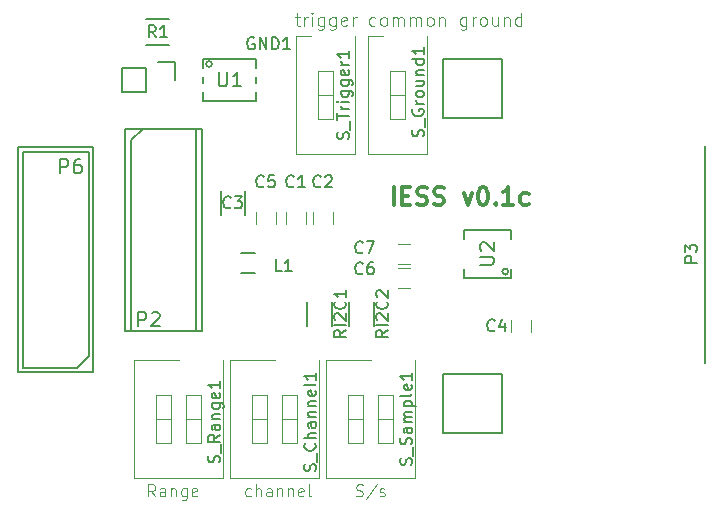
<source format=gbr>
G04 #@! TF.FileFunction,Legend,Top*
%FSLAX46Y46*%
G04 Gerber Fmt 4.6, Leading zero omitted, Abs format (unit mm)*
G04 Created by KiCad (PCBNEW 4.0.5) date 01/19/17 13:34:59*
%MOMM*%
%LPD*%
G01*
G04 APERTURE LIST*
%ADD10C,0.100000*%
%ADD11C,0.300000*%
%ADD12C,0.150000*%
%ADD13C,0.120000*%
G04 APERTURE END LIST*
D10*
X178458762Y-87313238D02*
X178354000Y-87365619D01*
X178144477Y-87365619D01*
X178039715Y-87313238D01*
X177987334Y-87260857D01*
X177934953Y-87156095D01*
X177934953Y-86841810D01*
X177987334Y-86737048D01*
X178039715Y-86684667D01*
X178144477Y-86632286D01*
X178354000Y-86632286D01*
X178458762Y-86684667D01*
X179087334Y-87365619D02*
X178982572Y-87313238D01*
X178930191Y-87260857D01*
X178877810Y-87156095D01*
X178877810Y-86841810D01*
X178930191Y-86737048D01*
X178982572Y-86684667D01*
X179087334Y-86632286D01*
X179244476Y-86632286D01*
X179349238Y-86684667D01*
X179401619Y-86737048D01*
X179454000Y-86841810D01*
X179454000Y-87156095D01*
X179401619Y-87260857D01*
X179349238Y-87313238D01*
X179244476Y-87365619D01*
X179087334Y-87365619D01*
X179925429Y-87365619D02*
X179925429Y-86632286D01*
X179925429Y-86737048D02*
X179977810Y-86684667D01*
X180082572Y-86632286D01*
X180239714Y-86632286D01*
X180344476Y-86684667D01*
X180396857Y-86789429D01*
X180396857Y-87365619D01*
X180396857Y-86789429D02*
X180449238Y-86684667D01*
X180554000Y-86632286D01*
X180711143Y-86632286D01*
X180815905Y-86684667D01*
X180868286Y-86789429D01*
X180868286Y-87365619D01*
X181392096Y-87365619D02*
X181392096Y-86632286D01*
X181392096Y-86737048D02*
X181444477Y-86684667D01*
X181549239Y-86632286D01*
X181706381Y-86632286D01*
X181811143Y-86684667D01*
X181863524Y-86789429D01*
X181863524Y-87365619D01*
X181863524Y-86789429D02*
X181915905Y-86684667D01*
X182020667Y-86632286D01*
X182177810Y-86632286D01*
X182282572Y-86684667D01*
X182334953Y-86789429D01*
X182334953Y-87365619D01*
X183015906Y-87365619D02*
X182911144Y-87313238D01*
X182858763Y-87260857D01*
X182806382Y-87156095D01*
X182806382Y-86841810D01*
X182858763Y-86737048D01*
X182911144Y-86684667D01*
X183015906Y-86632286D01*
X183173048Y-86632286D01*
X183277810Y-86684667D01*
X183330191Y-86737048D01*
X183382572Y-86841810D01*
X183382572Y-87156095D01*
X183330191Y-87260857D01*
X183277810Y-87313238D01*
X183173048Y-87365619D01*
X183015906Y-87365619D01*
X183854001Y-86632286D02*
X183854001Y-87365619D01*
X183854001Y-86737048D02*
X183906382Y-86684667D01*
X184011144Y-86632286D01*
X184168286Y-86632286D01*
X184273048Y-86684667D01*
X184325429Y-86789429D01*
X184325429Y-87365619D01*
X186158762Y-86632286D02*
X186158762Y-87522762D01*
X186106381Y-87627524D01*
X186054000Y-87679905D01*
X185949239Y-87732286D01*
X185792096Y-87732286D01*
X185687334Y-87679905D01*
X186158762Y-87313238D02*
X186054000Y-87365619D01*
X185844477Y-87365619D01*
X185739715Y-87313238D01*
X185687334Y-87260857D01*
X185634953Y-87156095D01*
X185634953Y-86841810D01*
X185687334Y-86737048D01*
X185739715Y-86684667D01*
X185844477Y-86632286D01*
X186054000Y-86632286D01*
X186158762Y-86684667D01*
X186682572Y-87365619D02*
X186682572Y-86632286D01*
X186682572Y-86841810D02*
X186734953Y-86737048D01*
X186787334Y-86684667D01*
X186892096Y-86632286D01*
X186996857Y-86632286D01*
X187520667Y-87365619D02*
X187415905Y-87313238D01*
X187363524Y-87260857D01*
X187311143Y-87156095D01*
X187311143Y-86841810D01*
X187363524Y-86737048D01*
X187415905Y-86684667D01*
X187520667Y-86632286D01*
X187677809Y-86632286D01*
X187782571Y-86684667D01*
X187834952Y-86737048D01*
X187887333Y-86841810D01*
X187887333Y-87156095D01*
X187834952Y-87260857D01*
X187782571Y-87313238D01*
X187677809Y-87365619D01*
X187520667Y-87365619D01*
X188830190Y-86632286D02*
X188830190Y-87365619D01*
X188358762Y-86632286D02*
X188358762Y-87208476D01*
X188411143Y-87313238D01*
X188515905Y-87365619D01*
X188673047Y-87365619D01*
X188777809Y-87313238D01*
X188830190Y-87260857D01*
X189354000Y-86632286D02*
X189354000Y-87365619D01*
X189354000Y-86737048D02*
X189406381Y-86684667D01*
X189511143Y-86632286D01*
X189668285Y-86632286D01*
X189773047Y-86684667D01*
X189825428Y-86789429D01*
X189825428Y-87365619D01*
X190820666Y-87365619D02*
X190820666Y-86265619D01*
X190820666Y-87313238D02*
X190715904Y-87365619D01*
X190506381Y-87365619D01*
X190401619Y-87313238D01*
X190349238Y-87260857D01*
X190296857Y-87156095D01*
X190296857Y-86841810D01*
X190349238Y-86737048D01*
X190401619Y-86684667D01*
X190506381Y-86632286D01*
X190715904Y-86632286D01*
X190820666Y-86684667D01*
X171624953Y-86632286D02*
X172044001Y-86632286D01*
X171782096Y-86265619D02*
X171782096Y-87208476D01*
X171834477Y-87313238D01*
X171939239Y-87365619D01*
X172044001Y-87365619D01*
X172410667Y-87365619D02*
X172410667Y-86632286D01*
X172410667Y-86841810D02*
X172463048Y-86737048D01*
X172515429Y-86684667D01*
X172620191Y-86632286D01*
X172724952Y-86632286D01*
X173091619Y-87365619D02*
X173091619Y-86632286D01*
X173091619Y-86265619D02*
X173039238Y-86318000D01*
X173091619Y-86370381D01*
X173144000Y-86318000D01*
X173091619Y-86265619D01*
X173091619Y-86370381D01*
X174086857Y-86632286D02*
X174086857Y-87522762D01*
X174034476Y-87627524D01*
X173982095Y-87679905D01*
X173877334Y-87732286D01*
X173720191Y-87732286D01*
X173615429Y-87679905D01*
X174086857Y-87313238D02*
X173982095Y-87365619D01*
X173772572Y-87365619D01*
X173667810Y-87313238D01*
X173615429Y-87260857D01*
X173563048Y-87156095D01*
X173563048Y-86841810D01*
X173615429Y-86737048D01*
X173667810Y-86684667D01*
X173772572Y-86632286D01*
X173982095Y-86632286D01*
X174086857Y-86684667D01*
X175082095Y-86632286D02*
X175082095Y-87522762D01*
X175029714Y-87627524D01*
X174977333Y-87679905D01*
X174872572Y-87732286D01*
X174715429Y-87732286D01*
X174610667Y-87679905D01*
X175082095Y-87313238D02*
X174977333Y-87365619D01*
X174767810Y-87365619D01*
X174663048Y-87313238D01*
X174610667Y-87260857D01*
X174558286Y-87156095D01*
X174558286Y-86841810D01*
X174610667Y-86737048D01*
X174663048Y-86684667D01*
X174767810Y-86632286D01*
X174977333Y-86632286D01*
X175082095Y-86684667D01*
X176024952Y-87313238D02*
X175920190Y-87365619D01*
X175710667Y-87365619D01*
X175605905Y-87313238D01*
X175553524Y-87208476D01*
X175553524Y-86789429D01*
X175605905Y-86684667D01*
X175710667Y-86632286D01*
X175920190Y-86632286D01*
X176024952Y-86684667D01*
X176077333Y-86789429D01*
X176077333Y-86894190D01*
X175553524Y-86998952D01*
X176548762Y-87365619D02*
X176548762Y-86632286D01*
X176548762Y-86841810D02*
X176601143Y-86737048D01*
X176653524Y-86684667D01*
X176758286Y-86632286D01*
X176863047Y-86632286D01*
X176839714Y-127150762D02*
X176982571Y-127198381D01*
X177220667Y-127198381D01*
X177315905Y-127150762D01*
X177363524Y-127103143D01*
X177411143Y-127007905D01*
X177411143Y-126912667D01*
X177363524Y-126817429D01*
X177315905Y-126769810D01*
X177220667Y-126722190D01*
X177030190Y-126674571D01*
X176934952Y-126626952D01*
X176887333Y-126579333D01*
X176839714Y-126484095D01*
X176839714Y-126388857D01*
X176887333Y-126293619D01*
X176934952Y-126246000D01*
X177030190Y-126198381D01*
X177268286Y-126198381D01*
X177411143Y-126246000D01*
X178554000Y-126150762D02*
X177696857Y-127436476D01*
X178839714Y-127150762D02*
X178934952Y-127198381D01*
X179125428Y-127198381D01*
X179220667Y-127150762D01*
X179268286Y-127055524D01*
X179268286Y-127007905D01*
X179220667Y-126912667D01*
X179125428Y-126865048D01*
X178982571Y-126865048D01*
X178887333Y-126817429D01*
X178839714Y-126722190D01*
X178839714Y-126674571D01*
X178887333Y-126579333D01*
X178982571Y-126531714D01*
X179125428Y-126531714D01*
X179220667Y-126579333D01*
X167918095Y-127150762D02*
X167822857Y-127198381D01*
X167632380Y-127198381D01*
X167537142Y-127150762D01*
X167489523Y-127103143D01*
X167441904Y-127007905D01*
X167441904Y-126722190D01*
X167489523Y-126626952D01*
X167537142Y-126579333D01*
X167632380Y-126531714D01*
X167822857Y-126531714D01*
X167918095Y-126579333D01*
X168346666Y-127198381D02*
X168346666Y-126198381D01*
X168775238Y-127198381D02*
X168775238Y-126674571D01*
X168727619Y-126579333D01*
X168632381Y-126531714D01*
X168489523Y-126531714D01*
X168394285Y-126579333D01*
X168346666Y-126626952D01*
X169680000Y-127198381D02*
X169680000Y-126674571D01*
X169632381Y-126579333D01*
X169537143Y-126531714D01*
X169346666Y-126531714D01*
X169251428Y-126579333D01*
X169680000Y-127150762D02*
X169584762Y-127198381D01*
X169346666Y-127198381D01*
X169251428Y-127150762D01*
X169203809Y-127055524D01*
X169203809Y-126960286D01*
X169251428Y-126865048D01*
X169346666Y-126817429D01*
X169584762Y-126817429D01*
X169680000Y-126769810D01*
X170156190Y-126531714D02*
X170156190Y-127198381D01*
X170156190Y-126626952D02*
X170203809Y-126579333D01*
X170299047Y-126531714D01*
X170441905Y-126531714D01*
X170537143Y-126579333D01*
X170584762Y-126674571D01*
X170584762Y-127198381D01*
X171060952Y-126531714D02*
X171060952Y-127198381D01*
X171060952Y-126626952D02*
X171108571Y-126579333D01*
X171203809Y-126531714D01*
X171346667Y-126531714D01*
X171441905Y-126579333D01*
X171489524Y-126674571D01*
X171489524Y-127198381D01*
X172346667Y-127150762D02*
X172251429Y-127198381D01*
X172060952Y-127198381D01*
X171965714Y-127150762D01*
X171918095Y-127055524D01*
X171918095Y-126674571D01*
X171965714Y-126579333D01*
X172060952Y-126531714D01*
X172251429Y-126531714D01*
X172346667Y-126579333D01*
X172394286Y-126674571D01*
X172394286Y-126769810D01*
X171918095Y-126865048D01*
X172965714Y-127198381D02*
X172870476Y-127150762D01*
X172822857Y-127055524D01*
X172822857Y-126198381D01*
X159813810Y-127198381D02*
X159480476Y-126722190D01*
X159242381Y-127198381D02*
X159242381Y-126198381D01*
X159623334Y-126198381D01*
X159718572Y-126246000D01*
X159766191Y-126293619D01*
X159813810Y-126388857D01*
X159813810Y-126531714D01*
X159766191Y-126626952D01*
X159718572Y-126674571D01*
X159623334Y-126722190D01*
X159242381Y-126722190D01*
X160670953Y-127198381D02*
X160670953Y-126674571D01*
X160623334Y-126579333D01*
X160528096Y-126531714D01*
X160337619Y-126531714D01*
X160242381Y-126579333D01*
X160670953Y-127150762D02*
X160575715Y-127198381D01*
X160337619Y-127198381D01*
X160242381Y-127150762D01*
X160194762Y-127055524D01*
X160194762Y-126960286D01*
X160242381Y-126865048D01*
X160337619Y-126817429D01*
X160575715Y-126817429D01*
X160670953Y-126769810D01*
X161147143Y-126531714D02*
X161147143Y-127198381D01*
X161147143Y-126626952D02*
X161194762Y-126579333D01*
X161290000Y-126531714D01*
X161432858Y-126531714D01*
X161528096Y-126579333D01*
X161575715Y-126674571D01*
X161575715Y-127198381D01*
X162480477Y-126531714D02*
X162480477Y-127341238D01*
X162432858Y-127436476D01*
X162385239Y-127484095D01*
X162290000Y-127531714D01*
X162147143Y-127531714D01*
X162051905Y-127484095D01*
X162480477Y-127150762D02*
X162385239Y-127198381D01*
X162194762Y-127198381D01*
X162099524Y-127150762D01*
X162051905Y-127103143D01*
X162004286Y-127007905D01*
X162004286Y-126722190D01*
X162051905Y-126626952D01*
X162099524Y-126579333D01*
X162194762Y-126531714D01*
X162385239Y-126531714D01*
X162480477Y-126579333D01*
X163337620Y-127150762D02*
X163242382Y-127198381D01*
X163051905Y-127198381D01*
X162956667Y-127150762D01*
X162909048Y-127055524D01*
X162909048Y-126674571D01*
X162956667Y-126579333D01*
X163051905Y-126531714D01*
X163242382Y-126531714D01*
X163337620Y-126579333D01*
X163385239Y-126674571D01*
X163385239Y-126769810D01*
X162909048Y-126865048D01*
D11*
X179995430Y-102532571D02*
X179995430Y-101032571D01*
X180709716Y-101746857D02*
X181209716Y-101746857D01*
X181424002Y-102532571D02*
X180709716Y-102532571D01*
X180709716Y-101032571D01*
X181424002Y-101032571D01*
X181995430Y-102461143D02*
X182209716Y-102532571D01*
X182566859Y-102532571D01*
X182709716Y-102461143D01*
X182781145Y-102389714D01*
X182852573Y-102246857D01*
X182852573Y-102104000D01*
X182781145Y-101961143D01*
X182709716Y-101889714D01*
X182566859Y-101818286D01*
X182281145Y-101746857D01*
X182138287Y-101675429D01*
X182066859Y-101604000D01*
X181995430Y-101461143D01*
X181995430Y-101318286D01*
X182066859Y-101175429D01*
X182138287Y-101104000D01*
X182281145Y-101032571D01*
X182638287Y-101032571D01*
X182852573Y-101104000D01*
X183424001Y-102461143D02*
X183638287Y-102532571D01*
X183995430Y-102532571D01*
X184138287Y-102461143D01*
X184209716Y-102389714D01*
X184281144Y-102246857D01*
X184281144Y-102104000D01*
X184209716Y-101961143D01*
X184138287Y-101889714D01*
X183995430Y-101818286D01*
X183709716Y-101746857D01*
X183566858Y-101675429D01*
X183495430Y-101604000D01*
X183424001Y-101461143D01*
X183424001Y-101318286D01*
X183495430Y-101175429D01*
X183566858Y-101104000D01*
X183709716Y-101032571D01*
X184066858Y-101032571D01*
X184281144Y-101104000D01*
X185924001Y-101532571D02*
X186281144Y-102532571D01*
X186638286Y-101532571D01*
X187495429Y-101032571D02*
X187638286Y-101032571D01*
X187781143Y-101104000D01*
X187852572Y-101175429D01*
X187924001Y-101318286D01*
X187995429Y-101604000D01*
X187995429Y-101961143D01*
X187924001Y-102246857D01*
X187852572Y-102389714D01*
X187781143Y-102461143D01*
X187638286Y-102532571D01*
X187495429Y-102532571D01*
X187352572Y-102461143D01*
X187281143Y-102389714D01*
X187209715Y-102246857D01*
X187138286Y-101961143D01*
X187138286Y-101604000D01*
X187209715Y-101318286D01*
X187281143Y-101175429D01*
X187352572Y-101104000D01*
X187495429Y-101032571D01*
X188638286Y-102389714D02*
X188709714Y-102461143D01*
X188638286Y-102532571D01*
X188566857Y-102461143D01*
X188638286Y-102389714D01*
X188638286Y-102532571D01*
X190138286Y-102532571D02*
X189281143Y-102532571D01*
X189709715Y-102532571D02*
X189709715Y-101032571D01*
X189566858Y-101246857D01*
X189424000Y-101389714D01*
X189281143Y-101461143D01*
X191424000Y-102461143D02*
X191281143Y-102532571D01*
X190995429Y-102532571D01*
X190852571Y-102461143D01*
X190781143Y-102389714D01*
X190709714Y-102246857D01*
X190709714Y-101818286D01*
X190781143Y-101675429D01*
X190852571Y-101604000D01*
X190995429Y-101532571D01*
X191281143Y-101532571D01*
X191424000Y-101604000D01*
D12*
X157758000Y-97063000D02*
X158758000Y-96063000D01*
X158758000Y-96063000D02*
X163298000Y-96063000D01*
X163298000Y-96063000D02*
X163298000Y-113233000D01*
X163298000Y-113233000D02*
X157758000Y-113233000D01*
X157758000Y-113233000D02*
X157758000Y-97063000D01*
X163798000Y-96063000D02*
X163798000Y-113233000D01*
X163798000Y-113233000D02*
X157258000Y-113233000D01*
X157258000Y-113233000D02*
X157258000Y-96063000D01*
X157258000Y-96063000D02*
X163798000Y-96063000D01*
X159020000Y-90948000D02*
X159020000Y-92948000D01*
X159020000Y-92948000D02*
X157020000Y-92948000D01*
X157020000Y-92948000D02*
X157020000Y-90948000D01*
X157020000Y-90948000D02*
X159020000Y-90948000D01*
X160020000Y-90448000D02*
X161520000Y-90448000D01*
X161520000Y-90448000D02*
X161520000Y-91948000D01*
X164616000Y-90598000D02*
G75*
G03X164616000Y-90598000I-250000J0D01*
G01*
X168366000Y-92198000D02*
X168366000Y-91698000D01*
X163866000Y-92948000D02*
X163866000Y-93448000D01*
X163866000Y-93448000D02*
X163866000Y-93698000D01*
X163866000Y-93698000D02*
X168366000Y-93698000D01*
X168366000Y-93698000D02*
X168366000Y-92948000D01*
X163866000Y-91698000D02*
X163866000Y-92198000D01*
X168366000Y-90948000D02*
X168366000Y-90198000D01*
X168366000Y-90198000D02*
X163866000Y-90198000D01*
X163866000Y-90198000D02*
X163866000Y-90948000D01*
X189960000Y-104680000D02*
X185960000Y-104680000D01*
X185960000Y-104680000D02*
X185960000Y-104930000D01*
X189960000Y-104680000D02*
X189960000Y-104930000D01*
X189710000Y-108180000D02*
G75*
G03X189710000Y-108180000I-250000J0D01*
G01*
X189960000Y-107930000D02*
X189960000Y-108680000D01*
X189960000Y-108680000D02*
X185960000Y-108680000D01*
X185960000Y-108680000D02*
X185960000Y-108430000D01*
X185960000Y-105430000D02*
X185960000Y-104930000D01*
X189960000Y-104930000D02*
X189960000Y-105430000D01*
X185960000Y-108430000D02*
X185960000Y-107930000D01*
X184190640Y-116880640D02*
X189189360Y-116880640D01*
X189189360Y-116880640D02*
X189189360Y-121879360D01*
X189189360Y-121879360D02*
X184190640Y-121879360D01*
X184190640Y-121879360D02*
X184190640Y-116880640D01*
X184190640Y-90210640D02*
X189189360Y-90210640D01*
X189189360Y-90210640D02*
X189189360Y-95209360D01*
X189189360Y-95209360D02*
X184190640Y-95209360D01*
X184190640Y-95209360D02*
X184190640Y-90210640D01*
X165345000Y-101362000D02*
X165345000Y-103362000D01*
X167395000Y-103362000D02*
X167395000Y-101362000D01*
D13*
X173676000Y-115640000D02*
X173676000Y-125660000D01*
X173676000Y-125660000D02*
X166176000Y-125660000D01*
X166176000Y-125660000D02*
X166176000Y-115640000D01*
X166176000Y-115640000D02*
X169926000Y-115640000D01*
X171831000Y-118620000D02*
X170561000Y-118620000D01*
X170561000Y-118620000D02*
X170561000Y-122680000D01*
X170561000Y-122680000D02*
X171831000Y-122680000D01*
X171831000Y-122680000D02*
X171831000Y-118620000D01*
X171831000Y-120650000D02*
X170561000Y-120650000D01*
X169291000Y-118620000D02*
X168021000Y-118620000D01*
X168021000Y-118620000D02*
X168021000Y-122680000D01*
X168021000Y-122680000D02*
X169291000Y-122680000D01*
X169291000Y-122680000D02*
X169291000Y-118620000D01*
X169291000Y-120650000D02*
X168021000Y-120650000D01*
X182820000Y-88208000D02*
X182820000Y-98228000D01*
X182820000Y-98228000D02*
X177860000Y-98228000D01*
X177860000Y-98228000D02*
X177860000Y-88208000D01*
X177860000Y-88208000D02*
X179070000Y-88208000D01*
X180975000Y-91188000D02*
X179705000Y-91188000D01*
X179705000Y-91188000D02*
X179705000Y-95248000D01*
X179705000Y-95248000D02*
X180975000Y-95248000D01*
X180975000Y-95248000D02*
X180975000Y-91188000D01*
X180975000Y-93218000D02*
X179705000Y-93218000D01*
X165548000Y-115640000D02*
X165548000Y-125660000D01*
X165548000Y-125660000D02*
X158048000Y-125660000D01*
X158048000Y-125660000D02*
X158048000Y-115640000D01*
X158048000Y-115640000D02*
X161798000Y-115640000D01*
X163703000Y-118620000D02*
X162433000Y-118620000D01*
X162433000Y-118620000D02*
X162433000Y-122680000D01*
X162433000Y-122680000D02*
X163703000Y-122680000D01*
X163703000Y-122680000D02*
X163703000Y-118620000D01*
X163703000Y-120650000D02*
X162433000Y-120650000D01*
X161163000Y-118620000D02*
X159893000Y-118620000D01*
X159893000Y-118620000D02*
X159893000Y-122680000D01*
X159893000Y-122680000D02*
X161163000Y-122680000D01*
X161163000Y-122680000D02*
X161163000Y-118620000D01*
X161163000Y-120650000D02*
X159893000Y-120650000D01*
X181804000Y-115640000D02*
X181804000Y-125660000D01*
X181804000Y-125660000D02*
X174304000Y-125660000D01*
X174304000Y-125660000D02*
X174304000Y-115640000D01*
X174304000Y-115640000D02*
X178054000Y-115640000D01*
X179959000Y-118620000D02*
X178689000Y-118620000D01*
X178689000Y-118620000D02*
X178689000Y-122680000D01*
X178689000Y-122680000D02*
X179959000Y-122680000D01*
X179959000Y-122680000D02*
X179959000Y-118620000D01*
X179959000Y-120650000D02*
X178689000Y-120650000D01*
X177419000Y-118620000D02*
X176149000Y-118620000D01*
X176149000Y-118620000D02*
X176149000Y-122680000D01*
X176149000Y-122680000D02*
X177419000Y-122680000D01*
X177419000Y-122680000D02*
X177419000Y-118620000D01*
X177419000Y-120650000D02*
X176149000Y-120650000D01*
X176724000Y-88208000D02*
X176724000Y-98228000D01*
X176724000Y-98228000D02*
X171764000Y-98228000D01*
X171764000Y-98228000D02*
X171764000Y-88208000D01*
X171764000Y-88208000D02*
X172974000Y-88208000D01*
X174879000Y-91188000D02*
X173609000Y-91188000D01*
X173609000Y-91188000D02*
X173609000Y-95248000D01*
X173609000Y-95248000D02*
X174879000Y-95248000D01*
X174879000Y-95248000D02*
X174879000Y-91188000D01*
X174879000Y-93218000D02*
X173609000Y-93218000D01*
D12*
X159020000Y-86809000D02*
X161020000Y-86809000D01*
X161020000Y-88959000D02*
X159020000Y-88959000D01*
X172661000Y-112760000D02*
X172661000Y-110760000D01*
X174811000Y-110760000D02*
X174811000Y-112760000D01*
X176217000Y-112760000D02*
X176217000Y-110760000D01*
X178367000Y-110760000D02*
X178367000Y-112760000D01*
D13*
X170854000Y-103132000D02*
X170854000Y-104132000D01*
X172554000Y-104132000D02*
X172554000Y-103132000D01*
X173140000Y-103132000D02*
X173140000Y-104132000D01*
X174840000Y-104132000D02*
X174840000Y-103132000D01*
X191604000Y-113276000D02*
X191604000Y-112276000D01*
X189904000Y-112276000D02*
X189904000Y-113276000D01*
X168314000Y-103132000D02*
X168314000Y-104132000D01*
X170014000Y-104132000D02*
X170014000Y-103132000D01*
X180348000Y-109562000D02*
X181348000Y-109562000D01*
X181348000Y-107862000D02*
X180348000Y-107862000D01*
X180348000Y-107530000D02*
X181348000Y-107530000D01*
X181348000Y-105830000D02*
X180348000Y-105830000D01*
D12*
X168240000Y-108317000D02*
X167040000Y-108317000D01*
X167040000Y-106567000D02*
X168240000Y-106567000D01*
X154178000Y-98044000D02*
X148590000Y-98044000D01*
X148590000Y-98044000D02*
X148590000Y-116332000D01*
X154178000Y-115316000D02*
X154178000Y-98044000D01*
X153162000Y-116332000D02*
X154178000Y-115316000D01*
X148590000Y-116332000D02*
X153162000Y-116332000D01*
X148209000Y-116713000D02*
X154559000Y-116713000D01*
X154559000Y-116713000D02*
X154559000Y-97663000D01*
X154559000Y-97663000D02*
X148209000Y-97663000D01*
X148209000Y-116713000D02*
X148209000Y-97663000D01*
X206375000Y-115951000D02*
X206375000Y-97536000D01*
X158372286Y-112810857D02*
X158372286Y-111610857D01*
X158829429Y-111610857D01*
X158943715Y-111668000D01*
X159000858Y-111725143D01*
X159058001Y-111839429D01*
X159058001Y-112010857D01*
X159000858Y-112125143D01*
X158943715Y-112182286D01*
X158829429Y-112239429D01*
X158372286Y-112239429D01*
X159515143Y-111725143D02*
X159572286Y-111668000D01*
X159686572Y-111610857D01*
X159972286Y-111610857D01*
X160086572Y-111668000D01*
X160143715Y-111725143D01*
X160200858Y-111839429D01*
X160200858Y-111953714D01*
X160143715Y-112125143D01*
X159458001Y-112810857D01*
X160200858Y-112810857D01*
X165201714Y-91290857D02*
X165201714Y-92262286D01*
X165258857Y-92376571D01*
X165316000Y-92433714D01*
X165430286Y-92490857D01*
X165658857Y-92490857D01*
X165773143Y-92433714D01*
X165830286Y-92376571D01*
X165887429Y-92262286D01*
X165887429Y-91290857D01*
X167087429Y-92490857D02*
X166401714Y-92490857D01*
X166744572Y-92490857D02*
X166744572Y-91290857D01*
X166630286Y-91462286D01*
X166516000Y-91576571D01*
X166401714Y-91633714D01*
X187302857Y-107594286D02*
X188274286Y-107594286D01*
X188388571Y-107537143D01*
X188445714Y-107480000D01*
X188502857Y-107365714D01*
X188502857Y-107137143D01*
X188445714Y-107022857D01*
X188388571Y-106965714D01*
X188274286Y-106908571D01*
X187302857Y-106908571D01*
X187417143Y-106394286D02*
X187360000Y-106337143D01*
X187302857Y-106222857D01*
X187302857Y-105937143D01*
X187360000Y-105822857D01*
X187417143Y-105765714D01*
X187531429Y-105708571D01*
X187645714Y-105708571D01*
X187817143Y-105765714D01*
X188502857Y-106451428D01*
X188502857Y-105708571D01*
X166203334Y-102719143D02*
X166155715Y-102766762D01*
X166012858Y-102814381D01*
X165917620Y-102814381D01*
X165774762Y-102766762D01*
X165679524Y-102671524D01*
X165631905Y-102576286D01*
X165584286Y-102385810D01*
X165584286Y-102242952D01*
X165631905Y-102052476D01*
X165679524Y-101957238D01*
X165774762Y-101862000D01*
X165917620Y-101814381D01*
X166012858Y-101814381D01*
X166155715Y-101862000D01*
X166203334Y-101909619D01*
X166536667Y-101814381D02*
X167155715Y-101814381D01*
X166822381Y-102195333D01*
X166965239Y-102195333D01*
X167060477Y-102242952D01*
X167108096Y-102290571D01*
X167155715Y-102385810D01*
X167155715Y-102623905D01*
X167108096Y-102719143D01*
X167060477Y-102766762D01*
X166965239Y-102814381D01*
X166679524Y-102814381D01*
X166584286Y-102766762D01*
X166536667Y-102719143D01*
X168179905Y-88400000D02*
X168084667Y-88352381D01*
X167941810Y-88352381D01*
X167798952Y-88400000D01*
X167703714Y-88495238D01*
X167656095Y-88590476D01*
X167608476Y-88780952D01*
X167608476Y-88923810D01*
X167656095Y-89114286D01*
X167703714Y-89209524D01*
X167798952Y-89304762D01*
X167941810Y-89352381D01*
X168037048Y-89352381D01*
X168179905Y-89304762D01*
X168227524Y-89257143D01*
X168227524Y-88923810D01*
X168037048Y-88923810D01*
X168656095Y-89352381D02*
X168656095Y-88352381D01*
X169227524Y-89352381D01*
X169227524Y-88352381D01*
X169703714Y-89352381D02*
X169703714Y-88352381D01*
X169941809Y-88352381D01*
X170084667Y-88400000D01*
X170179905Y-88495238D01*
X170227524Y-88590476D01*
X170275143Y-88780952D01*
X170275143Y-88923810D01*
X170227524Y-89114286D01*
X170179905Y-89209524D01*
X170084667Y-89304762D01*
X169941809Y-89352381D01*
X169703714Y-89352381D01*
X171227524Y-89352381D02*
X170656095Y-89352381D01*
X170941809Y-89352381D02*
X170941809Y-88352381D01*
X170846571Y-88495238D01*
X170751333Y-88590476D01*
X170656095Y-88638095D01*
X173378762Y-125046858D02*
X173426381Y-124904001D01*
X173426381Y-124665905D01*
X173378762Y-124570667D01*
X173331143Y-124523048D01*
X173235905Y-124475429D01*
X173140667Y-124475429D01*
X173045429Y-124523048D01*
X172997810Y-124570667D01*
X172950190Y-124665905D01*
X172902571Y-124856382D01*
X172854952Y-124951620D01*
X172807333Y-124999239D01*
X172712095Y-125046858D01*
X172616857Y-125046858D01*
X172521619Y-124999239D01*
X172474000Y-124951620D01*
X172426381Y-124856382D01*
X172426381Y-124618286D01*
X172474000Y-124475429D01*
X173521619Y-124284953D02*
X173521619Y-123523048D01*
X173331143Y-122713524D02*
X173378762Y-122761143D01*
X173426381Y-122904000D01*
X173426381Y-122999238D01*
X173378762Y-123142096D01*
X173283524Y-123237334D01*
X173188286Y-123284953D01*
X172997810Y-123332572D01*
X172854952Y-123332572D01*
X172664476Y-123284953D01*
X172569238Y-123237334D01*
X172474000Y-123142096D01*
X172426381Y-122999238D01*
X172426381Y-122904000D01*
X172474000Y-122761143D01*
X172521619Y-122713524D01*
X173426381Y-122284953D02*
X172426381Y-122284953D01*
X173426381Y-121856381D02*
X172902571Y-121856381D01*
X172807333Y-121904000D01*
X172759714Y-121999238D01*
X172759714Y-122142096D01*
X172807333Y-122237334D01*
X172854952Y-122284953D01*
X173426381Y-120951619D02*
X172902571Y-120951619D01*
X172807333Y-120999238D01*
X172759714Y-121094476D01*
X172759714Y-121284953D01*
X172807333Y-121380191D01*
X173378762Y-120951619D02*
X173426381Y-121046857D01*
X173426381Y-121284953D01*
X173378762Y-121380191D01*
X173283524Y-121427810D01*
X173188286Y-121427810D01*
X173093048Y-121380191D01*
X173045429Y-121284953D01*
X173045429Y-121046857D01*
X172997810Y-120951619D01*
X172759714Y-120475429D02*
X173426381Y-120475429D01*
X172854952Y-120475429D02*
X172807333Y-120427810D01*
X172759714Y-120332572D01*
X172759714Y-120189714D01*
X172807333Y-120094476D01*
X172902571Y-120046857D01*
X173426381Y-120046857D01*
X172759714Y-119570667D02*
X173426381Y-119570667D01*
X172854952Y-119570667D02*
X172807333Y-119523048D01*
X172759714Y-119427810D01*
X172759714Y-119284952D01*
X172807333Y-119189714D01*
X172902571Y-119142095D01*
X173426381Y-119142095D01*
X173378762Y-118284952D02*
X173426381Y-118380190D01*
X173426381Y-118570667D01*
X173378762Y-118665905D01*
X173283524Y-118713524D01*
X172902571Y-118713524D01*
X172807333Y-118665905D01*
X172759714Y-118570667D01*
X172759714Y-118380190D01*
X172807333Y-118284952D01*
X172902571Y-118237333D01*
X172997810Y-118237333D01*
X173093048Y-118713524D01*
X173426381Y-117665905D02*
X173378762Y-117761143D01*
X173283524Y-117808762D01*
X172426381Y-117808762D01*
X173426381Y-116761142D02*
X173426381Y-117332571D01*
X173426381Y-117046857D02*
X172426381Y-117046857D01*
X172569238Y-117142095D01*
X172664476Y-117237333D01*
X172712095Y-117332571D01*
X182522762Y-96725905D02*
X182570381Y-96583048D01*
X182570381Y-96344952D01*
X182522762Y-96249714D01*
X182475143Y-96202095D01*
X182379905Y-96154476D01*
X182284667Y-96154476D01*
X182189429Y-96202095D01*
X182141810Y-96249714D01*
X182094190Y-96344952D01*
X182046571Y-96535429D01*
X181998952Y-96630667D01*
X181951333Y-96678286D01*
X181856095Y-96725905D01*
X181760857Y-96725905D01*
X181665619Y-96678286D01*
X181618000Y-96630667D01*
X181570381Y-96535429D01*
X181570381Y-96297333D01*
X181618000Y-96154476D01*
X182665619Y-95964000D02*
X182665619Y-95202095D01*
X181618000Y-94440190D02*
X181570381Y-94535428D01*
X181570381Y-94678285D01*
X181618000Y-94821143D01*
X181713238Y-94916381D01*
X181808476Y-94964000D01*
X181998952Y-95011619D01*
X182141810Y-95011619D01*
X182332286Y-94964000D01*
X182427524Y-94916381D01*
X182522762Y-94821143D01*
X182570381Y-94678285D01*
X182570381Y-94583047D01*
X182522762Y-94440190D01*
X182475143Y-94392571D01*
X182141810Y-94392571D01*
X182141810Y-94583047D01*
X182570381Y-93964000D02*
X181903714Y-93964000D01*
X182094190Y-93964000D02*
X181998952Y-93916381D01*
X181951333Y-93868762D01*
X181903714Y-93773524D01*
X181903714Y-93678285D01*
X182570381Y-93202095D02*
X182522762Y-93297333D01*
X182475143Y-93344952D01*
X182379905Y-93392571D01*
X182094190Y-93392571D01*
X181998952Y-93344952D01*
X181951333Y-93297333D01*
X181903714Y-93202095D01*
X181903714Y-93059237D01*
X181951333Y-92963999D01*
X181998952Y-92916380D01*
X182094190Y-92868761D01*
X182379905Y-92868761D01*
X182475143Y-92916380D01*
X182522762Y-92963999D01*
X182570381Y-93059237D01*
X182570381Y-93202095D01*
X181903714Y-92011618D02*
X182570381Y-92011618D01*
X181903714Y-92440190D02*
X182427524Y-92440190D01*
X182522762Y-92392571D01*
X182570381Y-92297333D01*
X182570381Y-92154475D01*
X182522762Y-92059237D01*
X182475143Y-92011618D01*
X181903714Y-91535428D02*
X182570381Y-91535428D01*
X181998952Y-91535428D02*
X181951333Y-91487809D01*
X181903714Y-91392571D01*
X181903714Y-91249713D01*
X181951333Y-91154475D01*
X182046571Y-91106856D01*
X182570381Y-91106856D01*
X182570381Y-90202094D02*
X181570381Y-90202094D01*
X182522762Y-90202094D02*
X182570381Y-90297332D01*
X182570381Y-90487809D01*
X182522762Y-90583047D01*
X182475143Y-90630666D01*
X182379905Y-90678285D01*
X182094190Y-90678285D01*
X181998952Y-90630666D01*
X181951333Y-90583047D01*
X181903714Y-90487809D01*
X181903714Y-90297332D01*
X181951333Y-90202094D01*
X182570381Y-89202094D02*
X182570381Y-89773523D01*
X182570381Y-89487809D02*
X181570381Y-89487809D01*
X181713238Y-89583047D01*
X181808476Y-89678285D01*
X181856095Y-89773523D01*
X165250762Y-124332572D02*
X165298381Y-124189715D01*
X165298381Y-123951619D01*
X165250762Y-123856381D01*
X165203143Y-123808762D01*
X165107905Y-123761143D01*
X165012667Y-123761143D01*
X164917429Y-123808762D01*
X164869810Y-123856381D01*
X164822190Y-123951619D01*
X164774571Y-124142096D01*
X164726952Y-124237334D01*
X164679333Y-124284953D01*
X164584095Y-124332572D01*
X164488857Y-124332572D01*
X164393619Y-124284953D01*
X164346000Y-124237334D01*
X164298381Y-124142096D01*
X164298381Y-123904000D01*
X164346000Y-123761143D01*
X165393619Y-123570667D02*
X165393619Y-122808762D01*
X165298381Y-121999238D02*
X164822190Y-122332572D01*
X165298381Y-122570667D02*
X164298381Y-122570667D01*
X164298381Y-122189714D01*
X164346000Y-122094476D01*
X164393619Y-122046857D01*
X164488857Y-121999238D01*
X164631714Y-121999238D01*
X164726952Y-122046857D01*
X164774571Y-122094476D01*
X164822190Y-122189714D01*
X164822190Y-122570667D01*
X165298381Y-121142095D02*
X164774571Y-121142095D01*
X164679333Y-121189714D01*
X164631714Y-121284952D01*
X164631714Y-121475429D01*
X164679333Y-121570667D01*
X165250762Y-121142095D02*
X165298381Y-121237333D01*
X165298381Y-121475429D01*
X165250762Y-121570667D01*
X165155524Y-121618286D01*
X165060286Y-121618286D01*
X164965048Y-121570667D01*
X164917429Y-121475429D01*
X164917429Y-121237333D01*
X164869810Y-121142095D01*
X164631714Y-120665905D02*
X165298381Y-120665905D01*
X164726952Y-120665905D02*
X164679333Y-120618286D01*
X164631714Y-120523048D01*
X164631714Y-120380190D01*
X164679333Y-120284952D01*
X164774571Y-120237333D01*
X165298381Y-120237333D01*
X164631714Y-119332571D02*
X165441238Y-119332571D01*
X165536476Y-119380190D01*
X165584095Y-119427809D01*
X165631714Y-119523048D01*
X165631714Y-119665905D01*
X165584095Y-119761143D01*
X165250762Y-119332571D02*
X165298381Y-119427809D01*
X165298381Y-119618286D01*
X165250762Y-119713524D01*
X165203143Y-119761143D01*
X165107905Y-119808762D01*
X164822190Y-119808762D01*
X164726952Y-119761143D01*
X164679333Y-119713524D01*
X164631714Y-119618286D01*
X164631714Y-119427809D01*
X164679333Y-119332571D01*
X165250762Y-118475428D02*
X165298381Y-118570666D01*
X165298381Y-118761143D01*
X165250762Y-118856381D01*
X165155524Y-118904000D01*
X164774571Y-118904000D01*
X164679333Y-118856381D01*
X164631714Y-118761143D01*
X164631714Y-118570666D01*
X164679333Y-118475428D01*
X164774571Y-118427809D01*
X164869810Y-118427809D01*
X164965048Y-118904000D01*
X165298381Y-117475428D02*
X165298381Y-118046857D01*
X165298381Y-117761143D02*
X164298381Y-117761143D01*
X164441238Y-117856381D01*
X164536476Y-117951619D01*
X164584095Y-118046857D01*
X181506762Y-124530953D02*
X181554381Y-124388096D01*
X181554381Y-124150000D01*
X181506762Y-124054762D01*
X181459143Y-124007143D01*
X181363905Y-123959524D01*
X181268667Y-123959524D01*
X181173429Y-124007143D01*
X181125810Y-124054762D01*
X181078190Y-124150000D01*
X181030571Y-124340477D01*
X180982952Y-124435715D01*
X180935333Y-124483334D01*
X180840095Y-124530953D01*
X180744857Y-124530953D01*
X180649619Y-124483334D01*
X180602000Y-124435715D01*
X180554381Y-124340477D01*
X180554381Y-124102381D01*
X180602000Y-123959524D01*
X181649619Y-123769048D02*
X181649619Y-123007143D01*
X181506762Y-122816667D02*
X181554381Y-122673810D01*
X181554381Y-122435714D01*
X181506762Y-122340476D01*
X181459143Y-122292857D01*
X181363905Y-122245238D01*
X181268667Y-122245238D01*
X181173429Y-122292857D01*
X181125810Y-122340476D01*
X181078190Y-122435714D01*
X181030571Y-122626191D01*
X180982952Y-122721429D01*
X180935333Y-122769048D01*
X180840095Y-122816667D01*
X180744857Y-122816667D01*
X180649619Y-122769048D01*
X180602000Y-122721429D01*
X180554381Y-122626191D01*
X180554381Y-122388095D01*
X180602000Y-122245238D01*
X181554381Y-121388095D02*
X181030571Y-121388095D01*
X180935333Y-121435714D01*
X180887714Y-121530952D01*
X180887714Y-121721429D01*
X180935333Y-121816667D01*
X181506762Y-121388095D02*
X181554381Y-121483333D01*
X181554381Y-121721429D01*
X181506762Y-121816667D01*
X181411524Y-121864286D01*
X181316286Y-121864286D01*
X181221048Y-121816667D01*
X181173429Y-121721429D01*
X181173429Y-121483333D01*
X181125810Y-121388095D01*
X181554381Y-120911905D02*
X180887714Y-120911905D01*
X180982952Y-120911905D02*
X180935333Y-120864286D01*
X180887714Y-120769048D01*
X180887714Y-120626190D01*
X180935333Y-120530952D01*
X181030571Y-120483333D01*
X181554381Y-120483333D01*
X181030571Y-120483333D02*
X180935333Y-120435714D01*
X180887714Y-120340476D01*
X180887714Y-120197619D01*
X180935333Y-120102381D01*
X181030571Y-120054762D01*
X181554381Y-120054762D01*
X180887714Y-119578572D02*
X181887714Y-119578572D01*
X180935333Y-119578572D02*
X180887714Y-119483334D01*
X180887714Y-119292857D01*
X180935333Y-119197619D01*
X180982952Y-119150000D01*
X181078190Y-119102381D01*
X181363905Y-119102381D01*
X181459143Y-119150000D01*
X181506762Y-119197619D01*
X181554381Y-119292857D01*
X181554381Y-119483334D01*
X181506762Y-119578572D01*
X181554381Y-118530953D02*
X181506762Y-118626191D01*
X181411524Y-118673810D01*
X180554381Y-118673810D01*
X181506762Y-117769047D02*
X181554381Y-117864285D01*
X181554381Y-118054762D01*
X181506762Y-118150000D01*
X181411524Y-118197619D01*
X181030571Y-118197619D01*
X180935333Y-118150000D01*
X180887714Y-118054762D01*
X180887714Y-117864285D01*
X180935333Y-117769047D01*
X181030571Y-117721428D01*
X181125810Y-117721428D01*
X181221048Y-118197619D01*
X181554381Y-116769047D02*
X181554381Y-117340476D01*
X181554381Y-117054762D02*
X180554381Y-117054762D01*
X180697238Y-117150000D01*
X180792476Y-117245238D01*
X180840095Y-117340476D01*
X176172762Y-96932286D02*
X176220381Y-96789429D01*
X176220381Y-96551333D01*
X176172762Y-96456095D01*
X176125143Y-96408476D01*
X176029905Y-96360857D01*
X175934667Y-96360857D01*
X175839429Y-96408476D01*
X175791810Y-96456095D01*
X175744190Y-96551333D01*
X175696571Y-96741810D01*
X175648952Y-96837048D01*
X175601333Y-96884667D01*
X175506095Y-96932286D01*
X175410857Y-96932286D01*
X175315619Y-96884667D01*
X175268000Y-96837048D01*
X175220381Y-96741810D01*
X175220381Y-96503714D01*
X175268000Y-96360857D01*
X176315619Y-96170381D02*
X176315619Y-95408476D01*
X175220381Y-95313238D02*
X175220381Y-94741809D01*
X176220381Y-95027524D02*
X175220381Y-95027524D01*
X176220381Y-94408476D02*
X175553714Y-94408476D01*
X175744190Y-94408476D02*
X175648952Y-94360857D01*
X175601333Y-94313238D01*
X175553714Y-94218000D01*
X175553714Y-94122761D01*
X176220381Y-93789428D02*
X175553714Y-93789428D01*
X175220381Y-93789428D02*
X175268000Y-93837047D01*
X175315619Y-93789428D01*
X175268000Y-93741809D01*
X175220381Y-93789428D01*
X175315619Y-93789428D01*
X175553714Y-92884666D02*
X176363238Y-92884666D01*
X176458476Y-92932285D01*
X176506095Y-92979904D01*
X176553714Y-93075143D01*
X176553714Y-93218000D01*
X176506095Y-93313238D01*
X176172762Y-92884666D02*
X176220381Y-92979904D01*
X176220381Y-93170381D01*
X176172762Y-93265619D01*
X176125143Y-93313238D01*
X176029905Y-93360857D01*
X175744190Y-93360857D01*
X175648952Y-93313238D01*
X175601333Y-93265619D01*
X175553714Y-93170381D01*
X175553714Y-92979904D01*
X175601333Y-92884666D01*
X175553714Y-91979904D02*
X176363238Y-91979904D01*
X176458476Y-92027523D01*
X176506095Y-92075142D01*
X176553714Y-92170381D01*
X176553714Y-92313238D01*
X176506095Y-92408476D01*
X176172762Y-91979904D02*
X176220381Y-92075142D01*
X176220381Y-92265619D01*
X176172762Y-92360857D01*
X176125143Y-92408476D01*
X176029905Y-92456095D01*
X175744190Y-92456095D01*
X175648952Y-92408476D01*
X175601333Y-92360857D01*
X175553714Y-92265619D01*
X175553714Y-92075142D01*
X175601333Y-91979904D01*
X176172762Y-91122761D02*
X176220381Y-91217999D01*
X176220381Y-91408476D01*
X176172762Y-91503714D01*
X176077524Y-91551333D01*
X175696571Y-91551333D01*
X175601333Y-91503714D01*
X175553714Y-91408476D01*
X175553714Y-91217999D01*
X175601333Y-91122761D01*
X175696571Y-91075142D01*
X175791810Y-91075142D01*
X175887048Y-91551333D01*
X176220381Y-90646571D02*
X175553714Y-90646571D01*
X175744190Y-90646571D02*
X175648952Y-90598952D01*
X175601333Y-90551333D01*
X175553714Y-90456095D01*
X175553714Y-90360856D01*
X176220381Y-89503713D02*
X176220381Y-90075142D01*
X176220381Y-89789428D02*
X175220381Y-89789428D01*
X175363238Y-89884666D01*
X175458476Y-89979904D01*
X175506095Y-90075142D01*
X159853334Y-88336381D02*
X159520000Y-87860190D01*
X159281905Y-88336381D02*
X159281905Y-87336381D01*
X159662858Y-87336381D01*
X159758096Y-87384000D01*
X159805715Y-87431619D01*
X159853334Y-87526857D01*
X159853334Y-87669714D01*
X159805715Y-87764952D01*
X159758096Y-87812571D01*
X159662858Y-87860190D01*
X159281905Y-87860190D01*
X160805715Y-88336381D02*
X160234286Y-88336381D01*
X160520000Y-88336381D02*
X160520000Y-87336381D01*
X160424762Y-87479238D01*
X160329524Y-87574476D01*
X160234286Y-87622095D01*
X175966381Y-113140952D02*
X175490190Y-113474286D01*
X175966381Y-113712381D02*
X174966381Y-113712381D01*
X174966381Y-113331428D01*
X175014000Y-113236190D01*
X175061619Y-113188571D01*
X175156857Y-113140952D01*
X175299714Y-113140952D01*
X175394952Y-113188571D01*
X175442571Y-113236190D01*
X175490190Y-113331428D01*
X175490190Y-113712381D01*
X175966381Y-112712381D02*
X174966381Y-112712381D01*
X175061619Y-112283810D02*
X175014000Y-112236191D01*
X174966381Y-112140953D01*
X174966381Y-111902857D01*
X175014000Y-111807619D01*
X175061619Y-111760000D01*
X175156857Y-111712381D01*
X175252095Y-111712381D01*
X175394952Y-111760000D01*
X175966381Y-112331429D01*
X175966381Y-111712381D01*
X175871143Y-110712381D02*
X175918762Y-110760000D01*
X175966381Y-110902857D01*
X175966381Y-110998095D01*
X175918762Y-111140953D01*
X175823524Y-111236191D01*
X175728286Y-111283810D01*
X175537810Y-111331429D01*
X175394952Y-111331429D01*
X175204476Y-111283810D01*
X175109238Y-111236191D01*
X175014000Y-111140953D01*
X174966381Y-110998095D01*
X174966381Y-110902857D01*
X175014000Y-110760000D01*
X175061619Y-110712381D01*
X175966381Y-109760000D02*
X175966381Y-110331429D01*
X175966381Y-110045715D02*
X174966381Y-110045715D01*
X175109238Y-110140953D01*
X175204476Y-110236191D01*
X175252095Y-110331429D01*
X179522381Y-113140952D02*
X179046190Y-113474286D01*
X179522381Y-113712381D02*
X178522381Y-113712381D01*
X178522381Y-113331428D01*
X178570000Y-113236190D01*
X178617619Y-113188571D01*
X178712857Y-113140952D01*
X178855714Y-113140952D01*
X178950952Y-113188571D01*
X178998571Y-113236190D01*
X179046190Y-113331428D01*
X179046190Y-113712381D01*
X179522381Y-112712381D02*
X178522381Y-112712381D01*
X178617619Y-112283810D02*
X178570000Y-112236191D01*
X178522381Y-112140953D01*
X178522381Y-111902857D01*
X178570000Y-111807619D01*
X178617619Y-111760000D01*
X178712857Y-111712381D01*
X178808095Y-111712381D01*
X178950952Y-111760000D01*
X179522381Y-112331429D01*
X179522381Y-111712381D01*
X179427143Y-110712381D02*
X179474762Y-110760000D01*
X179522381Y-110902857D01*
X179522381Y-110998095D01*
X179474762Y-111140953D01*
X179379524Y-111236191D01*
X179284286Y-111283810D01*
X179093810Y-111331429D01*
X178950952Y-111331429D01*
X178760476Y-111283810D01*
X178665238Y-111236191D01*
X178570000Y-111140953D01*
X178522381Y-110998095D01*
X178522381Y-110902857D01*
X178570000Y-110760000D01*
X178617619Y-110712381D01*
X178617619Y-110331429D02*
X178570000Y-110283810D01*
X178522381Y-110188572D01*
X178522381Y-109950476D01*
X178570000Y-109855238D01*
X178617619Y-109807619D01*
X178712857Y-109760000D01*
X178808095Y-109760000D01*
X178950952Y-109807619D01*
X179522381Y-110379048D01*
X179522381Y-109760000D01*
X171537334Y-100941143D02*
X171489715Y-100988762D01*
X171346858Y-101036381D01*
X171251620Y-101036381D01*
X171108762Y-100988762D01*
X171013524Y-100893524D01*
X170965905Y-100798286D01*
X170918286Y-100607810D01*
X170918286Y-100464952D01*
X170965905Y-100274476D01*
X171013524Y-100179238D01*
X171108762Y-100084000D01*
X171251620Y-100036381D01*
X171346858Y-100036381D01*
X171489715Y-100084000D01*
X171537334Y-100131619D01*
X172489715Y-101036381D02*
X171918286Y-101036381D01*
X172204000Y-101036381D02*
X172204000Y-100036381D01*
X172108762Y-100179238D01*
X172013524Y-100274476D01*
X171918286Y-100322095D01*
X173823334Y-100941143D02*
X173775715Y-100988762D01*
X173632858Y-101036381D01*
X173537620Y-101036381D01*
X173394762Y-100988762D01*
X173299524Y-100893524D01*
X173251905Y-100798286D01*
X173204286Y-100607810D01*
X173204286Y-100464952D01*
X173251905Y-100274476D01*
X173299524Y-100179238D01*
X173394762Y-100084000D01*
X173537620Y-100036381D01*
X173632858Y-100036381D01*
X173775715Y-100084000D01*
X173823334Y-100131619D01*
X174204286Y-100131619D02*
X174251905Y-100084000D01*
X174347143Y-100036381D01*
X174585239Y-100036381D01*
X174680477Y-100084000D01*
X174728096Y-100131619D01*
X174775715Y-100226857D01*
X174775715Y-100322095D01*
X174728096Y-100464952D01*
X174156667Y-101036381D01*
X174775715Y-101036381D01*
X188555334Y-113133143D02*
X188507715Y-113180762D01*
X188364858Y-113228381D01*
X188269620Y-113228381D01*
X188126762Y-113180762D01*
X188031524Y-113085524D01*
X187983905Y-112990286D01*
X187936286Y-112799810D01*
X187936286Y-112656952D01*
X187983905Y-112466476D01*
X188031524Y-112371238D01*
X188126762Y-112276000D01*
X188269620Y-112228381D01*
X188364858Y-112228381D01*
X188507715Y-112276000D01*
X188555334Y-112323619D01*
X189412477Y-112561714D02*
X189412477Y-113228381D01*
X189174381Y-112180762D02*
X188936286Y-112895048D01*
X189555334Y-112895048D01*
X168997334Y-100941143D02*
X168949715Y-100988762D01*
X168806858Y-101036381D01*
X168711620Y-101036381D01*
X168568762Y-100988762D01*
X168473524Y-100893524D01*
X168425905Y-100798286D01*
X168378286Y-100607810D01*
X168378286Y-100464952D01*
X168425905Y-100274476D01*
X168473524Y-100179238D01*
X168568762Y-100084000D01*
X168711620Y-100036381D01*
X168806858Y-100036381D01*
X168949715Y-100084000D01*
X168997334Y-100131619D01*
X169902096Y-100036381D02*
X169425905Y-100036381D01*
X169378286Y-100512571D01*
X169425905Y-100464952D01*
X169521143Y-100417333D01*
X169759239Y-100417333D01*
X169854477Y-100464952D01*
X169902096Y-100512571D01*
X169949715Y-100607810D01*
X169949715Y-100845905D01*
X169902096Y-100941143D01*
X169854477Y-100988762D01*
X169759239Y-101036381D01*
X169521143Y-101036381D01*
X169425905Y-100988762D01*
X169378286Y-100941143D01*
X177379334Y-108307143D02*
X177331715Y-108354762D01*
X177188858Y-108402381D01*
X177093620Y-108402381D01*
X176950762Y-108354762D01*
X176855524Y-108259524D01*
X176807905Y-108164286D01*
X176760286Y-107973810D01*
X176760286Y-107830952D01*
X176807905Y-107640476D01*
X176855524Y-107545238D01*
X176950762Y-107450000D01*
X177093620Y-107402381D01*
X177188858Y-107402381D01*
X177331715Y-107450000D01*
X177379334Y-107497619D01*
X178236477Y-107402381D02*
X178046000Y-107402381D01*
X177950762Y-107450000D01*
X177903143Y-107497619D01*
X177807905Y-107640476D01*
X177760286Y-107830952D01*
X177760286Y-108211905D01*
X177807905Y-108307143D01*
X177855524Y-108354762D01*
X177950762Y-108402381D01*
X178141239Y-108402381D01*
X178236477Y-108354762D01*
X178284096Y-108307143D01*
X178331715Y-108211905D01*
X178331715Y-107973810D01*
X178284096Y-107878571D01*
X178236477Y-107830952D01*
X178141239Y-107783333D01*
X177950762Y-107783333D01*
X177855524Y-107830952D01*
X177807905Y-107878571D01*
X177760286Y-107973810D01*
X177379334Y-106529143D02*
X177331715Y-106576762D01*
X177188858Y-106624381D01*
X177093620Y-106624381D01*
X176950762Y-106576762D01*
X176855524Y-106481524D01*
X176807905Y-106386286D01*
X176760286Y-106195810D01*
X176760286Y-106052952D01*
X176807905Y-105862476D01*
X176855524Y-105767238D01*
X176950762Y-105672000D01*
X177093620Y-105624381D01*
X177188858Y-105624381D01*
X177331715Y-105672000D01*
X177379334Y-105719619D01*
X177712667Y-105624381D02*
X178379334Y-105624381D01*
X177950762Y-106624381D01*
X170521334Y-108148381D02*
X170045143Y-108148381D01*
X170045143Y-107148381D01*
X171378477Y-108148381D02*
X170807048Y-108148381D01*
X171092762Y-108148381D02*
X171092762Y-107148381D01*
X170997524Y-107291238D01*
X170902286Y-107386476D01*
X170807048Y-107434095D01*
X151768286Y-99856857D02*
X151768286Y-98656857D01*
X152225429Y-98656857D01*
X152339715Y-98714000D01*
X152396858Y-98771143D01*
X152454001Y-98885429D01*
X152454001Y-99056857D01*
X152396858Y-99171143D01*
X152339715Y-99228286D01*
X152225429Y-99285429D01*
X151768286Y-99285429D01*
X153482572Y-98656857D02*
X153254001Y-98656857D01*
X153139715Y-98714000D01*
X153082572Y-98771143D01*
X152968286Y-98942571D01*
X152911143Y-99171143D01*
X152911143Y-99628286D01*
X152968286Y-99742571D01*
X153025429Y-99799714D01*
X153139715Y-99856857D01*
X153368286Y-99856857D01*
X153482572Y-99799714D01*
X153539715Y-99742571D01*
X153596858Y-99628286D01*
X153596858Y-99342571D01*
X153539715Y-99228286D01*
X153482572Y-99171143D01*
X153368286Y-99114000D01*
X153139715Y-99114000D01*
X153025429Y-99171143D01*
X152968286Y-99228286D01*
X152911143Y-99342571D01*
X205684381Y-107418095D02*
X204684381Y-107418095D01*
X204684381Y-107037142D01*
X204732000Y-106941904D01*
X204779619Y-106894285D01*
X204874857Y-106846666D01*
X205017714Y-106846666D01*
X205112952Y-106894285D01*
X205160571Y-106941904D01*
X205208190Y-107037142D01*
X205208190Y-107418095D01*
X204684381Y-106513333D02*
X204684381Y-105894285D01*
X205065333Y-106227619D01*
X205065333Y-106084761D01*
X205112952Y-105989523D01*
X205160571Y-105941904D01*
X205255810Y-105894285D01*
X205493905Y-105894285D01*
X205589143Y-105941904D01*
X205636762Y-105989523D01*
X205684381Y-106084761D01*
X205684381Y-106370476D01*
X205636762Y-106465714D01*
X205589143Y-106513333D01*
M02*

</source>
